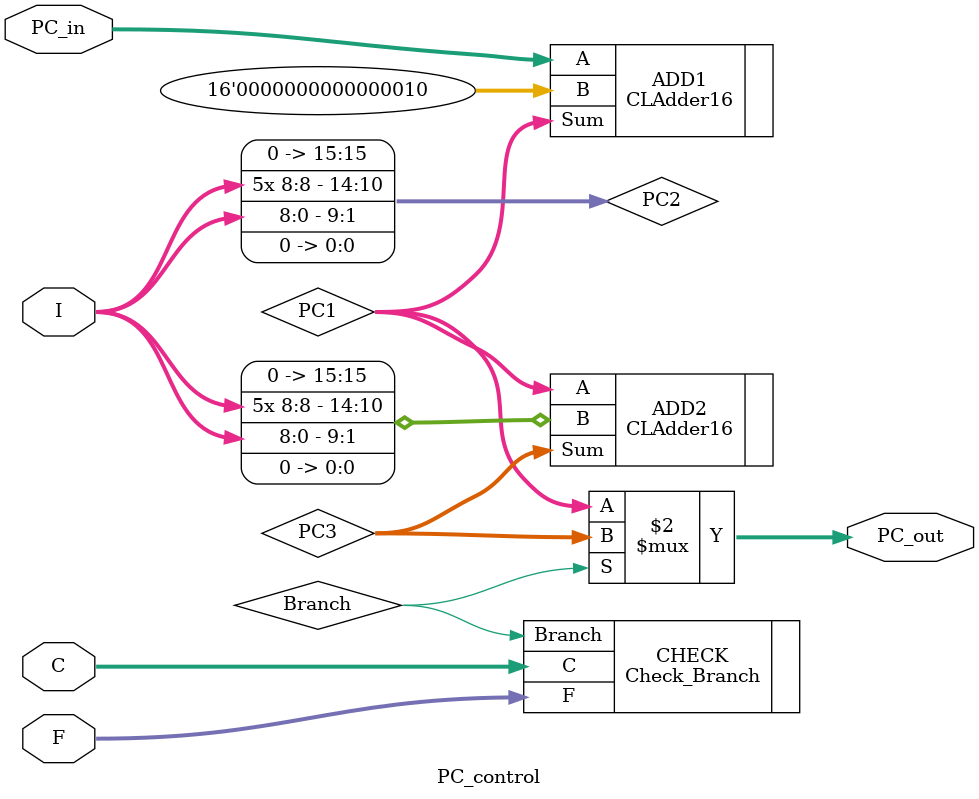
<source format=v>

module PC_control(C, I, F, PC_in, PC_out);

input [2:0] C; //3-bit condition
input [8:0] I; //9-bit offset
input [2:0] F; //3-bit flag
input [15:0] PC_in;
output [15:0] PC_out;
wire [15:0] PC1, PC2, PC3;
wire Branch;

CLAdder16 ADD1(.Sum(PC1), .A(PC_in), .B(16'h0002)); //The PC_out is PC1 if branch is not taken
assign PC2 = {{6{I[8]}}, (I << 1'b1)};
CLAdder16 ADD2(.Sum(PC3), .A(PC1), .B(PC2)); //if branch is taken, PC_out is PC3

Check_Branch CHECK(.C(C), .F(F), .Branch(Branch));

assign PC_out = (Branch) ? PC3 : PC1;

endmodule

</source>
